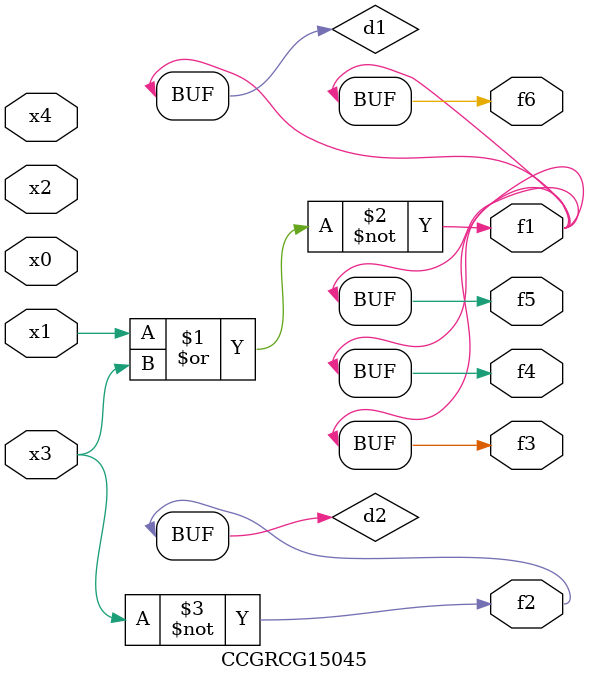
<source format=v>
module CCGRCG15045(
	input x0, x1, x2, x3, x4,
	output f1, f2, f3, f4, f5, f6
);

	wire d1, d2;

	nor (d1, x1, x3);
	not (d2, x3);
	assign f1 = d1;
	assign f2 = d2;
	assign f3 = d1;
	assign f4 = d1;
	assign f5 = d1;
	assign f6 = d1;
endmodule

</source>
